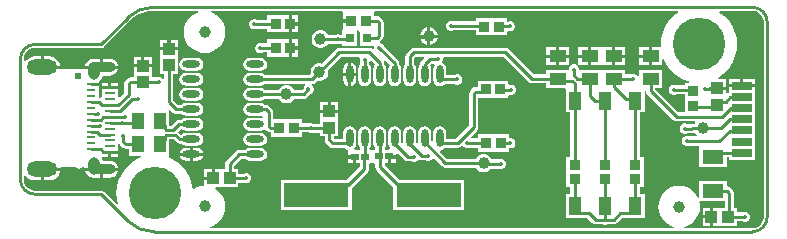
<source format=gtl>
G04*
G04 #@! TF.GenerationSoftware,Altium Limited,Altium Designer,22.6.1 (34)*
G04*
G04 Layer_Physical_Order=1*
G04 Layer_Color=255*
%FSLAX44Y44*%
%MOMM*%
G71*
G04*
G04 #@! TF.SameCoordinates,26C179CA-CC13-4C43-A1D0-6E6A4FA8EE50*
G04*
G04*
G04 #@! TF.FilePolarity,Positive*
G04*
G01*
G75*
%ADD15C,0.2540*%
%ADD16R,5.5000X2.0000*%
%ADD17R,0.8500X0.9500*%
%ADD18R,1.7400X0.6400*%
%ADD19R,0.8000X0.2700*%
%ADD20R,0.9000X0.2700*%
%ADD21O,0.6000X1.5000*%
%ADD22O,1.5000X0.6000*%
%ADD23R,0.9500X0.8500*%
%ADD24R,0.6600X0.6200*%
%ADD25R,1.8000X1.1500*%
%ADD26R,1.0000X1.4500*%
%ADD27R,0.8000X0.8000*%
%ADD28R,1.1000X1.5000*%
%ADD29R,1.0000X1.0000*%
%ADD30R,1.0000X1.0000*%
%ADD31R,1.4500X1.0000*%
%ADD57C,1.0000*%
%ADD58C,0.2366*%
%ADD59C,0.6096*%
%ADD60O,2.6000X1.3000*%
%ADD61O,2.2860X0.8890*%
%ADD62O,0.9906X1.4732*%
%ADD63C,4.4450*%
%ADD64C,0.3500*%
%ADD65C,0.3000*%
G36*
X617478Y154948D02*
X619224Y154224D01*
X620795Y153174D01*
X622131Y151839D01*
X623181Y150267D01*
X623904Y148522D01*
X624272Y146668D01*
Y145724D01*
Y-19080D01*
Y-20025D01*
X623904Y-21878D01*
X623181Y-23624D01*
X622131Y-25195D01*
X620795Y-26531D01*
X619224Y-27581D01*
X617478Y-28304D01*
X615625Y-28672D01*
X557426D01*
X557238Y-27402D01*
X559528Y-26707D01*
X562575Y-25079D01*
X565246Y-22887D01*
X567438Y-20216D01*
X569067Y-17169D01*
X570070Y-13863D01*
X570409Y-10424D01*
X570070Y-6986D01*
X570006Y-6774D01*
X570948Y-5504D01*
X591223D01*
Y-11540D01*
X581424D01*
Y-19080D01*
Y-26620D01*
X601694D01*
Y-22965D01*
X606497D01*
X607476Y-23370D01*
X609183D01*
X610760Y-22717D01*
X611966Y-21510D01*
X612619Y-19933D01*
Y-18227D01*
X611966Y-16650D01*
X610760Y-15443D01*
X609183Y-14790D01*
X607476D01*
X606497Y-15195D01*
X601694D01*
Y-11540D01*
X598993D01*
Y1298D01*
X598697Y2785D01*
X597855Y4045D01*
X596367Y5533D01*
X595107Y6375D01*
X593620Y6670D01*
X592944D01*
Y11076D01*
X569864D01*
Y-2477D01*
X568594Y-2795D01*
X567438Y-632D01*
X565246Y2038D01*
X562575Y4230D01*
X559528Y5859D01*
X556222Y6862D01*
X552784Y7201D01*
X549345Y6862D01*
X546039Y5859D01*
X542992Y4230D01*
X540321Y2038D01*
X538129Y-632D01*
X536500Y-3679D01*
X535498Y-6986D01*
X535159Y-10424D01*
X535498Y-13863D01*
X536500Y-17169D01*
X538129Y-20216D01*
X540321Y-22887D01*
X542992Y-25079D01*
X546039Y-26707D01*
X548330Y-27402D01*
X548141Y-28672D01*
X155445D01*
X155257Y-27402D01*
X157782Y-26637D01*
X160829Y-25008D01*
X163500Y-22816D01*
X165692Y-20145D01*
X167320Y-17098D01*
X168323Y-13792D01*
X168662Y-10353D01*
X168323Y-6915D01*
X167320Y-3609D01*
X165692Y-561D01*
X163500Y2109D01*
X160829Y4301D01*
X160000Y4744D01*
X160318Y6014D01*
X179668D01*
Y9670D01*
X184284D01*
X185319Y9241D01*
X187026D01*
X188603Y9894D01*
X189810Y11101D01*
X190463Y12677D01*
Y14384D01*
X189810Y15961D01*
X188603Y17168D01*
X187026Y17821D01*
X185319D01*
X184398Y17439D01*
X179668D01*
Y21094D01*
X176013D01*
Y24076D01*
X181888Y29950D01*
X185311D01*
X185384Y29841D01*
X187216Y28616D01*
X189378Y28187D01*
X198378D01*
X200540Y28616D01*
X202372Y29841D01*
X203596Y31673D01*
X204027Y33835D01*
X203596Y35997D01*
X202372Y37829D01*
X200540Y39054D01*
X198378Y39483D01*
X189378D01*
X187216Y39054D01*
X185384Y37829D01*
X185311Y37720D01*
X180279D01*
X178792Y37424D01*
X177532Y36582D01*
X169382Y28431D01*
X168539Y27171D01*
X168244Y25685D01*
Y21094D01*
X159398D01*
Y13554D01*
X158128D01*
Y12284D01*
X150588D01*
Y7227D01*
X147599Y6933D01*
X144292Y5930D01*
X142106Y4761D01*
X140774Y5490D01*
X140724Y6129D01*
X139537Y11071D01*
X137592Y15767D01*
X134937Y20100D01*
X131636Y23965D01*
X127771Y27266D01*
X123438Y29922D01*
X120331Y31208D01*
X120584Y32478D01*
X120773D01*
Y45718D01*
X120846Y46085D01*
Y46731D01*
X124401D01*
X127282Y43851D01*
X128513Y43028D01*
X129966Y42739D01*
X131252D01*
X131384Y42541D01*
X133216Y41316D01*
X135378Y40887D01*
X144378D01*
X146540Y41316D01*
X148372Y42541D01*
X149597Y44373D01*
X150027Y46535D01*
X149597Y48697D01*
X148372Y50529D01*
X146540Y51754D01*
X144378Y52183D01*
X135378D01*
X133216Y51754D01*
X131384Y50529D01*
X131344Y50525D01*
X128771Y53099D01*
X130280Y54608D01*
X131384Y55241D01*
X133216Y54016D01*
X135378Y53587D01*
X144378D01*
X146540Y54016D01*
X148372Y55241D01*
X149597Y57073D01*
X150027Y59235D01*
X149597Y61397D01*
X148372Y63229D01*
X146540Y64454D01*
X144378Y64883D01*
X135378D01*
X133216Y64454D01*
X131384Y63229D01*
X131252Y63031D01*
X129539D01*
X128086Y62742D01*
X126854Y61919D01*
X122895Y57960D01*
X120846D01*
Y58606D01*
X120773Y58973D01*
Y71010D01*
X122043Y71536D01*
X124391Y69188D01*
X125651Y68346D01*
X127138Y68050D01*
X131311D01*
X131384Y67941D01*
X133216Y66716D01*
X135378Y66287D01*
X144378D01*
X146540Y66716D01*
X148372Y67941D01*
X149597Y69773D01*
X150027Y71935D01*
X149597Y74097D01*
X148372Y75929D01*
X146540Y77154D01*
X144378Y77583D01*
X135378D01*
X133216Y77154D01*
X131384Y75929D01*
X131311Y75820D01*
X128747D01*
X124618Y79949D01*
Y101722D01*
X128273D01*
Y115722D01*
Y121992D01*
X113193D01*
Y115722D01*
Y101722D01*
X116848D01*
Y98271D01*
X115578Y97786D01*
X114715Y98649D01*
X113138Y99302D01*
X111432D01*
X110453Y98897D01*
X106273D01*
Y107742D01*
X91193D01*
Y98897D01*
X88221D01*
X86734Y98601D01*
X85474Y97759D01*
X83986Y96271D01*
X83144Y95011D01*
X82848Y93524D01*
Y85852D01*
X79192Y82196D01*
X77922Y82722D01*
Y89482D01*
X63842D01*
Y82558D01*
X63618Y82307D01*
X62611Y81701D01*
X61422Y82087D01*
Y91982D01*
X54882D01*
Y94362D01*
X61422D01*
Y95719D01*
X62749Y96737D01*
X63950Y98302D01*
X64705Y100125D01*
X64754Y100497D01*
X70867D01*
X72691Y100737D01*
X74390Y101441D01*
X75849Y102560D01*
X76968Y104019D01*
X77672Y105719D01*
X77745Y106272D01*
X63882D01*
X49444D01*
X48577Y105793D01*
X47882Y105932D01*
X29751D01*
X29453Y106272D01*
X13382D01*
Y107542D01*
X12112D01*
Y116660D01*
X6882D01*
X4522Y116349D01*
X2323Y115438D01*
X435Y113989D01*
X-702Y112507D01*
X-1972Y112938D01*
Y115245D01*
X-1604Y117098D01*
X-881Y118844D01*
X169Y120415D01*
X1505Y121751D01*
X3076Y122801D01*
X4822Y123524D01*
X6675Y123892D01*
X63500D01*
X64689Y124129D01*
X65697Y124803D01*
X88141Y147246D01*
X89098Y148203D01*
X91190Y149921D01*
X93441Y151425D01*
X95829Y152701D01*
X98330Y153737D01*
X100921Y154523D01*
X103576Y155051D01*
X106270Y155316D01*
X107624Y155316D01*
X145692D01*
X145881Y154046D01*
X144292Y153564D01*
X141245Y151936D01*
X138574Y149744D01*
X136383Y147073D01*
X134754Y144026D01*
X133751Y140719D01*
X133412Y137281D01*
X133751Y133842D01*
X134754Y130536D01*
X136383Y127489D01*
X138574Y124818D01*
X141245Y122626D01*
X144292Y120998D01*
X147599Y119995D01*
X151037Y119656D01*
X154475Y119995D01*
X157782Y120998D01*
X160829Y122626D01*
X163500Y124818D01*
X165692Y127489D01*
X167320Y130536D01*
X168323Y133842D01*
X168662Y137281D01*
X168323Y140719D01*
X167320Y144026D01*
X165692Y147073D01*
X163500Y149744D01*
X160829Y151936D01*
X157782Y153564D01*
X156193Y154046D01*
X156382Y155316D01*
X267474Y155316D01*
X268251Y154046D01*
Y148348D01*
X275041D01*
Y145808D01*
X268251D01*
Y140158D01*
X268251Y139788D01*
X267358Y138888D01*
X267251D01*
Y135252D01*
X265695D01*
X264717Y135657D01*
X263010D01*
X262031Y135252D01*
X255517D01*
X255087Y135997D01*
X253683Y137401D01*
X251964Y138393D01*
X250046Y138907D01*
X248061D01*
X246143Y138393D01*
X244424Y137401D01*
X243020Y135997D01*
X242027Y134278D01*
X241514Y132360D01*
Y130375D01*
X242027Y128457D01*
X243020Y126738D01*
X244424Y125334D01*
X246143Y124341D01*
X248061Y123827D01*
X250046D01*
X251964Y124341D01*
X253683Y125334D01*
X255087Y126738D01*
X255517Y127483D01*
X262031D01*
X263010Y127077D01*
X264717D01*
X265695Y127483D01*
X267251D01*
Y125808D01*
X280331D01*
Y138518D01*
X280331Y138888D01*
X280421Y138979D01*
X281019D01*
X282251Y137746D01*
Y125808D01*
X294129D01*
X294835Y124752D01*
X294774Y124603D01*
Y123199D01*
X293890Y122655D01*
X293600Y122576D01*
X293328Y122848D01*
X292068Y123691D01*
X290581Y123986D01*
X265095D01*
X263608Y123691D01*
X262348Y122848D01*
X250192Y110693D01*
X249209Y110956D01*
X247224D01*
X245306Y110442D01*
X243587Y109450D01*
X242183Y108046D01*
X241190Y106326D01*
X240676Y104409D01*
Y102423D01*
X239684Y101220D01*
X202445D01*
X202372Y101329D01*
X200540Y102554D01*
X198378Y102984D01*
X189378D01*
X187216Y102554D01*
X185384Y101329D01*
X184159Y99497D01*
X183729Y97335D01*
X184159Y95173D01*
X185384Y93341D01*
X187216Y92116D01*
X189378Y91686D01*
X198378D01*
X200540Y92116D01*
X202372Y93341D01*
X202445Y93450D01*
X235904D01*
X236106Y93073D01*
X236293Y92180D01*
X235275Y91162D01*
X234870Y90184D01*
X233206Y88520D01*
X226794D01*
X226364Y89265D01*
X224960Y90668D01*
X223241Y91661D01*
X221323Y92175D01*
X219338D01*
X217420Y91661D01*
X215701Y90668D01*
X214297Y89265D01*
X213867Y88520D01*
X202445D01*
X202372Y88629D01*
X200540Y89854D01*
X198378Y90283D01*
X189378D01*
X187216Y89854D01*
X185384Y88629D01*
X184159Y86797D01*
X183729Y84635D01*
X184159Y82473D01*
X185384Y80641D01*
X187216Y79416D01*
X189378Y78987D01*
X198378D01*
X200540Y79416D01*
X202372Y80641D01*
X202445Y80750D01*
X213867D01*
X214297Y80005D01*
X215701Y78601D01*
X217420Y77609D01*
X219338Y77095D01*
X221323D01*
X223241Y77609D01*
X224960Y78601D01*
X226364Y80005D01*
X226794Y80750D01*
X234815D01*
X236301Y81046D01*
X237562Y81888D01*
X240364Y84690D01*
X241342Y85095D01*
X242549Y86302D01*
X243202Y87879D01*
Y89586D01*
X242549Y91162D01*
X241531Y92180D01*
X241718Y93073D01*
X241920Y93450D01*
X242328D01*
X243815Y93746D01*
X245075Y94588D01*
X246545Y96058D01*
X247224Y95876D01*
X249209D01*
X251127Y96390D01*
X252846Y97383D01*
X254250Y98786D01*
X255243Y100506D01*
X255756Y102423D01*
Y104409D01*
X255574Y105087D01*
X266704Y116217D01*
X281631D01*
X282336Y115161D01*
X282222Y114885D01*
Y113179D01*
X282651Y112143D01*
Y109968D01*
X282565Y109910D01*
X281341Y108078D01*
X280910Y105916D01*
Y96916D01*
X281341Y94754D01*
X282565Y92922D01*
X284398Y91698D01*
X286559Y91267D01*
X288721Y91698D01*
X290553Y92922D01*
X291778Y94754D01*
X292208Y96916D01*
Y105916D01*
X291778Y108078D01*
X290553Y109910D01*
X290420Y109999D01*
Y112257D01*
X290630Y112763D01*
X291975Y113214D01*
X295266Y109923D01*
X295265Y109910D01*
X294041Y108078D01*
X293610Y105916D01*
Y96916D01*
X294041Y94754D01*
X295265Y92922D01*
X297097Y91698D01*
X299259Y91267D01*
X301421Y91698D01*
X303253Y92922D01*
X304478Y94754D01*
X304908Y96916D01*
Y105916D01*
X304478Y108078D01*
X303253Y109910D01*
X303097Y110015D01*
Y111471D01*
X302859Y112664D01*
X302917Y112755D01*
X303910Y113410D01*
X307743Y109577D01*
X306740Y108078D01*
X306311Y105916D01*
Y96916D01*
X306740Y94754D01*
X307965Y92922D01*
X309797Y91698D01*
X311959Y91267D01*
X314121Y91698D01*
X315953Y92922D01*
X317178Y94754D01*
X317608Y96916D01*
Y105916D01*
X317178Y108078D01*
X315953Y109910D01*
X315797Y110015D01*
Y110901D01*
X315501Y112388D01*
X314659Y113648D01*
X303106Y125202D01*
X302700Y126180D01*
X301494Y127387D01*
X299917Y128040D01*
X299795D01*
X299410Y129310D01*
X299845Y129601D01*
X301333Y131089D01*
X302175Y132349D01*
X302471Y133836D01*
Y145590D01*
X302175Y147077D01*
X301333Y148337D01*
X299845Y149825D01*
X298585Y150667D01*
X297098Y150962D01*
X294331D01*
Y154046D01*
X294331Y154368D01*
X295108Y155316D01*
X551858Y155316D01*
X552203Y154094D01*
X550468Y153031D01*
X546603Y149730D01*
X543302Y145865D01*
X540647Y141531D01*
X538702Y136836D01*
X537515Y131894D01*
X537117Y126827D01*
X537228Y125406D01*
X536366Y124473D01*
X530020D01*
Y116933D01*
Y109393D01*
X538540D01*
Y113890D01*
X539810Y114143D01*
X540647Y112122D01*
X543302Y107788D01*
X546603Y103924D01*
X550468Y100623D01*
X554802Y97967D01*
X559497Y96022D01*
X561496Y95542D01*
X561346Y94272D01*
X557540D01*
Y92430D01*
X550178D01*
X549046Y92899D01*
X547340D01*
X545763Y92246D01*
X544556Y91039D01*
X543903Y89462D01*
Y87756D01*
X544556Y86179D01*
X545763Y84972D01*
X547340Y84319D01*
X549046D01*
X549872Y84661D01*
X557540D01*
Y80692D01*
Y69405D01*
X552180D01*
X532464Y89121D01*
Y90393D01*
X538540D01*
Y105473D01*
X518960D01*
Y100219D01*
X517690Y99966D01*
X517642Y100083D01*
X516435Y101289D01*
X514858Y101943D01*
X513152D01*
X512737Y101771D01*
X507342D01*
Y105426D01*
X488299D01*
X487762Y105426D01*
Y105426D01*
X487055Y105364D01*
Y105364D01*
X467871D01*
Y106487D01*
X467250Y107986D01*
X467217Y108064D01*
X467166Y108237D01*
X467793Y109284D01*
X468614Y109284D01*
X475995D01*
Y115554D01*
X467475D01*
Y110509D01*
X467475Y109602D01*
X466352Y108929D01*
X466011Y109271D01*
X464434Y109924D01*
X462727D01*
X461151Y109271D01*
X460692Y108812D01*
X459608Y109524D01*
X459608Y110422D01*
Y115531D01*
X451088D01*
Y109262D01*
X458368D01*
X459134Y109261D01*
X459959Y108246D01*
X459944Y108064D01*
X459853Y107844D01*
X459291Y106487D01*
Y105341D01*
X440028D01*
Y101686D01*
X429653D01*
X408444Y122895D01*
X407184Y123737D01*
X405697Y124032D01*
X328098D01*
X326612Y123737D01*
X325351Y122895D01*
X321996Y119539D01*
X321154Y118279D01*
X320858Y116793D01*
Y110040D01*
X320665Y109910D01*
X319440Y108078D01*
X319011Y105916D01*
Y96916D01*
X319440Y94754D01*
X320665Y92922D01*
X322497Y91698D01*
X324659Y91267D01*
X326821Y91698D01*
X328653Y92922D01*
X329878Y94754D01*
X330308Y96916D01*
Y105916D01*
X329878Y108078D01*
X328653Y109910D01*
X328628Y109927D01*
Y115183D01*
X329707Y116263D01*
X336478D01*
X336964Y115090D01*
X334612Y112738D01*
X333770Y111477D01*
X333474Y109991D01*
Y109983D01*
X333365Y109910D01*
X332141Y108078D01*
X331711Y105916D01*
Y96916D01*
X332141Y94754D01*
X333365Y92922D01*
X335197Y91698D01*
X337359Y91267D01*
X339521Y91698D01*
X341353Y92922D01*
X342578Y94754D01*
X343008Y96916D01*
Y105916D01*
X342578Y108078D01*
X341922Y109059D01*
X343470Y110608D01*
X345004D01*
X345683Y109338D01*
X344841Y108078D01*
X344411Y105916D01*
Y96916D01*
X344841Y94754D01*
X346065Y92922D01*
X347897Y91698D01*
X350059Y91267D01*
X352221Y91698D01*
X354053Y92922D01*
X354318Y93318D01*
X363106D01*
X364085Y92913D01*
X365791D01*
X367368Y93566D01*
X368575Y94773D01*
X369228Y96349D01*
Y98056D01*
X368575Y99633D01*
X367368Y100840D01*
X365791Y101493D01*
X364085D01*
X363106Y101087D01*
X355708D01*
Y105916D01*
X355278Y108078D01*
X354053Y109910D01*
X352612Y110873D01*
X352196Y111689D01*
X352162Y112441D01*
X352658Y113639D01*
Y115346D01*
X353271Y116263D01*
X404088D01*
X425297Y95055D01*
X426557Y94213D01*
X428044Y93917D01*
X440028D01*
Y90261D01*
X455712D01*
X456612Y89370D01*
Y69290D01*
X460768D01*
Y31914D01*
X457362D01*
Y18334D01*
Y5834D01*
X460768D01*
Y370D01*
X456612D01*
Y-19710D01*
X468507D01*
X468882Y-19785D01*
X474742D01*
X479257Y-24300D01*
X480517Y-25142D01*
X482004Y-25438D01*
X488253D01*
X489232Y-25843D01*
X490938D01*
X491917Y-25438D01*
X497257D01*
X498744Y-25142D01*
X500004Y-24300D01*
X504519Y-19785D01*
X511222D01*
X511598Y-19710D01*
X523492D01*
Y370D01*
X519337D01*
Y5834D01*
X522742D01*
Y18334D01*
Y31914D01*
X519337D01*
Y69290D01*
X523492D01*
Y87050D01*
X524762Y87175D01*
X524991Y86025D01*
X525833Y84765D01*
X547824Y62774D01*
X549085Y61932D01*
X550571Y61636D01*
X565973D01*
X566551Y60366D01*
X566042Y59667D01*
X563800D01*
X563052Y59518D01*
X559242D01*
X558263Y59923D01*
X556557D01*
X554980Y59270D01*
X553773Y58063D01*
X553120Y56486D01*
Y54780D01*
X553773Y53203D01*
X554980Y51996D01*
X556557Y51343D01*
X558263D01*
X559242Y51748D01*
X563651D01*
X564399Y51897D01*
X566581D01*
X567011Y51152D01*
X567926Y50237D01*
X567400Y48967D01*
X561039D01*
X560061Y49372D01*
X558354D01*
X556777Y48719D01*
X555570Y47512D01*
X554917Y45936D01*
Y44229D01*
X555570Y42652D01*
X556777Y41445D01*
X558354Y40792D01*
X560061D01*
X561039Y41198D01*
X569506D01*
X569864Y40076D01*
X569864D01*
Y23496D01*
X592944D01*
Y31191D01*
X594686D01*
Y29336D01*
X617166D01*
Y38836D01*
Y48336D01*
Y57836D01*
Y67336D01*
Y76836D01*
Y86336D01*
Y90806D01*
X605926D01*
X594686D01*
Y86092D01*
X594474Y86049D01*
X593518Y85411D01*
X592248Y85874D01*
Y88616D01*
X584708D01*
Y91156D01*
X592248D01*
Y97426D01*
X585758D01*
X585400Y98696D01*
X588545Y100623D01*
X592409Y103924D01*
X595710Y107788D01*
X598366Y112122D01*
X600311Y116818D01*
X601497Y121760D01*
X601896Y126827D01*
X601497Y131894D01*
X600311Y136836D01*
X598366Y141531D01*
X595710Y145865D01*
X592409Y149730D01*
X588545Y153031D01*
X586810Y154094D01*
X587154Y155316D01*
X615625D01*
X617478Y154948D01*
D02*
G37*
G36*
X79612Y41904D02*
X81931Y39584D01*
X83163Y38761D01*
X84616Y38472D01*
X86693D01*
Y32478D01*
X96882D01*
X97135Y31208D01*
X94028Y29922D01*
X89695Y27266D01*
X85830Y23965D01*
X82529Y20100D01*
X79873Y15767D01*
X77928Y11071D01*
X76742Y6129D01*
X76343Y1062D01*
X76742Y-4005D01*
X77704Y-8014D01*
X76553Y-8658D01*
X65697Y2197D01*
X64689Y2871D01*
X63500Y3108D01*
X6675D01*
X4822Y3476D01*
X3076Y4199D01*
X1505Y5249D01*
X169Y6585D01*
X-881Y8156D01*
X-1604Y9902D01*
X-1972Y11755D01*
Y15745D01*
X-702Y16177D01*
X435Y14695D01*
X2323Y13246D01*
X4522Y12335D01*
X6882Y12024D01*
X12112D01*
Y21142D01*
X13382D01*
Y22412D01*
X29453D01*
X29751Y22752D01*
X41283D01*
X42550Y21906D01*
X44532Y21511D01*
X46514Y21906D01*
X47781Y22752D01*
X47882D01*
X48577Y22891D01*
X49444Y22412D01*
X63882D01*
X77745D01*
X77672Y22965D01*
X76968Y24665D01*
X75849Y26124D01*
X74390Y27243D01*
X72691Y27947D01*
X70867Y28187D01*
X64754D01*
X64705Y28559D01*
X63950Y30382D01*
X63912Y30432D01*
X64538Y31702D01*
X69612D01*
Y35592D01*
X70882D01*
Y36702D01*
X77922D01*
Y42146D01*
X79192Y42532D01*
X79612Y41904D01*
D02*
G37*
%LPC*%
G36*
X222271Y151816D02*
X204251D01*
Y147765D01*
X195022D01*
X194044Y148171D01*
X192337D01*
X190760Y147517D01*
X189553Y146311D01*
X188900Y144734D01*
Y143027D01*
X189553Y141451D01*
X190760Y140244D01*
X192337Y139591D01*
X194044D01*
X195022Y139996D01*
X204251D01*
Y137236D01*
X222271D01*
Y144526D01*
Y151816D01*
D02*
G37*
G36*
X406738Y149140D02*
X380658D01*
Y146489D01*
X361750D01*
X360771Y146894D01*
X359065D01*
X357488Y146241D01*
X356281Y145034D01*
X355628Y143457D01*
Y141751D01*
X356281Y140174D01*
X357488Y138967D01*
X359065Y138314D01*
X360771D01*
X361750Y138719D01*
X380658D01*
Y134560D01*
X406738D01*
Y137479D01*
X408008Y138084D01*
X408618Y137832D01*
X410324D01*
X411901Y138485D01*
X413108Y139692D01*
X413761Y141269D01*
Y142975D01*
X413108Y144552D01*
X411901Y145759D01*
X410324Y146412D01*
X408618D01*
X408008Y146159D01*
X406738Y146764D01*
Y149140D01*
D02*
G37*
G36*
X230331Y151816D02*
X224811D01*
Y145796D01*
X230331D01*
Y151816D01*
D02*
G37*
G36*
Y143256D02*
X224811D01*
Y137236D01*
X230331D01*
Y143256D01*
D02*
G37*
G36*
X342138Y141359D02*
Y135164D01*
X348334D01*
X347894Y136804D01*
X346902Y138523D01*
X345498Y139927D01*
X343778Y140920D01*
X342138Y141359D01*
D02*
G37*
G36*
X339598Y141360D02*
X337958Y140920D01*
X336238Y139927D01*
X334835Y138523D01*
X333842Y136804D01*
X333402Y135164D01*
X339598D01*
Y141360D01*
D02*
G37*
G36*
X348334Y132624D02*
X342138D01*
Y126428D01*
X343778Y126868D01*
X345498Y127860D01*
X346902Y129264D01*
X347894Y130983D01*
X348334Y132624D01*
D02*
G37*
G36*
X339598D02*
X333402D01*
X333842Y130983D01*
X334835Y129264D01*
X336238Y127860D01*
X337958Y126868D01*
X339598Y126428D01*
Y132624D01*
D02*
G37*
G36*
X230331Y131204D02*
X224811D01*
Y125183D01*
X230331D01*
Y131204D01*
D02*
G37*
G36*
X128273Y130802D02*
X122003D01*
Y124532D01*
X128273D01*
Y130802D01*
D02*
G37*
G36*
X119463D02*
X113193D01*
Y124532D01*
X119463D01*
Y130802D01*
D02*
G37*
G36*
X527480Y124473D02*
X518960D01*
Y118203D01*
X527480D01*
Y124473D01*
D02*
G37*
G36*
X498822Y124426D02*
Y118156D01*
X507342D01*
Y124426D01*
X498822D01*
D02*
G37*
G36*
X475995Y124364D02*
X467475D01*
Y118094D01*
X475995D01*
Y124364D01*
D02*
G37*
G36*
X459608Y124341D02*
X451088D01*
Y118071D01*
X459608D01*
Y124341D01*
D02*
G37*
G36*
X448548D02*
X440028D01*
Y118071D01*
X448548D01*
Y124341D01*
D02*
G37*
G36*
X230331Y122643D02*
X224811D01*
Y116624D01*
X230331D01*
Y122643D01*
D02*
G37*
G36*
X222271Y131204D02*
X204251D01*
Y127798D01*
X198405D01*
X198358Y127789D01*
X197013D01*
X195436Y127136D01*
X194229Y125929D01*
X193576Y124352D01*
Y122645D01*
X194229Y121069D01*
X195436Y119862D01*
X197013Y119209D01*
X198719D01*
X200296Y119862D01*
X200463Y120029D01*
X204251D01*
Y116624D01*
X222271D01*
Y123913D01*
Y131204D01*
D02*
G37*
G36*
X106273Y116552D02*
X100003D01*
Y110282D01*
X106273D01*
Y116552D01*
D02*
G37*
G36*
X97463D02*
X91193D01*
Y110282D01*
X97463D01*
Y116552D01*
D02*
G37*
G36*
X527480Y115663D02*
X518960D01*
Y109393D01*
X527480D01*
Y115663D01*
D02*
G37*
G36*
X507342Y115616D02*
X498822D01*
Y109346D01*
X507342D01*
Y115616D01*
D02*
G37*
G36*
X487762Y124426D02*
X486518Y124364D01*
X478535D01*
Y116824D01*
Y109284D01*
X486518D01*
X487055Y109284D01*
X488299Y109346D01*
X496282D01*
Y116886D01*
Y124426D01*
X488300D01*
X487762Y124426D01*
D02*
G37*
G36*
X448548Y115531D02*
X440028D01*
Y109262D01*
X448548D01*
Y115531D01*
D02*
G37*
G36*
X70867Y114587D02*
X65152D01*
Y108812D01*
X77745D01*
X77672Y109365D01*
X76968Y111065D01*
X75849Y112524D01*
X74390Y113643D01*
X72691Y114347D01*
X70867Y114587D01*
D02*
G37*
G36*
X62612D02*
X56897D01*
X55074Y114347D01*
X53374Y113643D01*
X51915Y112524D01*
X50796Y111065D01*
X50092Y109365D01*
X50019Y108812D01*
X62612D01*
Y114587D01*
D02*
G37*
G36*
X19882Y116660D02*
X14652D01*
Y108812D01*
X28833D01*
X28689Y109902D01*
X27778Y112101D01*
X26329Y113989D01*
X24441Y115438D01*
X22242Y116349D01*
X19882Y116660D01*
D02*
G37*
G36*
X198378Y115683D02*
X189378D01*
X187216Y115254D01*
X185384Y114029D01*
X184159Y112197D01*
X183729Y110035D01*
X184159Y107873D01*
X185384Y106041D01*
X187216Y104817D01*
X189378Y104387D01*
X198378D01*
X200540Y104817D01*
X202372Y106041D01*
X203596Y107873D01*
X204027Y110035D01*
X203596Y112197D01*
X202372Y114029D01*
X200540Y115254D01*
X198378Y115683D01*
D02*
G37*
G36*
X144378D02*
X135378D01*
X133216Y115254D01*
X131384Y114029D01*
X130160Y112197D01*
X129729Y110035D01*
X130160Y107873D01*
X131384Y106041D01*
X133216Y104817D01*
X135378Y104387D01*
X144378D01*
X146540Y104817D01*
X148372Y106041D01*
X149597Y107873D01*
X150027Y110035D01*
X149597Y112197D01*
X148372Y114029D01*
X146540Y115254D01*
X144378Y115683D01*
D02*
G37*
G36*
X275129Y111312D02*
Y102686D01*
X279508D01*
Y105916D01*
X279078Y108078D01*
X277853Y109910D01*
X276021Y111135D01*
X275129Y111312D01*
D02*
G37*
G36*
X272589Y111312D02*
X271698Y111135D01*
X269865Y109910D01*
X268640Y108078D01*
X268211Y105916D01*
Y102686D01*
X272589D01*
Y111312D01*
D02*
G37*
G36*
X617166Y97816D02*
X607196D01*
Y93346D01*
X617166D01*
Y97816D01*
D02*
G37*
G36*
X604656D02*
X594686D01*
Y93346D01*
X604656D01*
Y97816D01*
D02*
G37*
G36*
X77922Y94482D02*
X72152D01*
Y91862D01*
X77922D01*
Y94482D01*
D02*
G37*
G36*
X69612D02*
X63842D01*
Y91862D01*
X69612D01*
Y94482D01*
D02*
G37*
G36*
X144378Y102984D02*
X135378D01*
X133216Y102554D01*
X131384Y101329D01*
X130160Y99497D01*
X129729Y97335D01*
X130160Y95173D01*
X131384Y93341D01*
X133216Y92116D01*
X135378Y91686D01*
X144378D01*
X146540Y92116D01*
X148372Y93341D01*
X149597Y95173D01*
X150027Y97335D01*
X149597Y99497D01*
X148372Y101329D01*
X146540Y102554D01*
X144378Y102984D01*
D02*
G37*
G36*
X272589Y100146D02*
X268211D01*
Y96916D01*
X268640Y94754D01*
X269865Y92922D01*
X271698Y91698D01*
X272589Y91520D01*
Y100146D01*
D02*
G37*
G36*
X279508D02*
X275129D01*
Y91520D01*
X276021Y91698D01*
X277853Y92922D01*
X279078Y94754D01*
X279508Y96916D01*
Y100146D01*
D02*
G37*
G36*
X408260Y96022D02*
X382180D01*
Y90883D01*
X380412D01*
X378925Y90587D01*
X377665Y89745D01*
X376177Y88257D01*
X375335Y86997D01*
X375039Y85510D01*
Y58313D01*
X363814Y47087D01*
X355708D01*
Y51916D01*
X355278Y54078D01*
X354053Y55910D01*
X352221Y57135D01*
X350059Y57565D01*
X347897Y57135D01*
X346065Y55910D01*
X344841Y54078D01*
X344411Y51916D01*
Y45474D01*
X343140Y44795D01*
X343008Y44884D01*
Y51916D01*
X342578Y54078D01*
X341353Y55910D01*
X339521Y57135D01*
X337359Y57565D01*
X335197Y57135D01*
X333365Y55910D01*
X332141Y54078D01*
X331711Y51916D01*
Y44429D01*
X330440Y43663D01*
X330308Y43733D01*
Y51916D01*
X329878Y54078D01*
X328653Y55910D01*
X326821Y57135D01*
X324659Y57565D01*
X322497Y57135D01*
X320665Y55910D01*
X319440Y54078D01*
X319011Y51916D01*
Y44429D01*
X317740Y43663D01*
X317608Y43733D01*
Y51916D01*
X317178Y54078D01*
X315953Y55910D01*
X314121Y57135D01*
X311959Y57565D01*
X309797Y57135D01*
X307965Y55910D01*
X306740Y54078D01*
X306311Y51916D01*
Y42916D01*
X306740Y40754D01*
X307866Y39071D01*
X307531Y37801D01*
X303861D01*
X303523Y38425D01*
X303353Y39071D01*
X304478Y40754D01*
X304908Y42916D01*
Y51916D01*
X304478Y54078D01*
X303253Y55910D01*
X301421Y57135D01*
X299259Y57565D01*
X297097Y57135D01*
X295265Y55910D01*
X294041Y54078D01*
X293610Y51916D01*
Y42916D01*
X294041Y40754D01*
X295166Y39071D01*
X294948Y38244D01*
X294741Y37801D01*
X292782Y37801D01*
X291640Y37491D01*
X291295D01*
X291037Y37748D01*
X290553Y38922D01*
X291778Y40754D01*
X292208Y42916D01*
Y51916D01*
X291778Y54078D01*
X290553Y55910D01*
X288721Y57135D01*
X286559Y57565D01*
X284398Y57135D01*
X282565Y55910D01*
X281341Y54078D01*
X280910Y51916D01*
Y42916D01*
X281341Y40754D01*
X282565Y38922D01*
X282627Y38880D01*
Y37491D01*
X277997D01*
X277612Y38761D01*
X277853Y38922D01*
X279078Y40754D01*
X279508Y42916D01*
Y51916D01*
X279078Y54078D01*
X277853Y55910D01*
X276021Y57135D01*
X273859Y57565D01*
X271698Y57135D01*
X269865Y55910D01*
X268640Y54078D01*
X268211Y51916D01*
Y47087D01*
X260940D01*
X260438Y47590D01*
Y48914D01*
X264093D01*
Y62914D01*
Y69184D01*
X256553D01*
X249014D01*
Y62914D01*
Y59744D01*
X243232D01*
X243143Y59834D01*
X241566Y60487D01*
X239859D01*
X238881Y60082D01*
X233371D01*
Y63487D01*
X209098D01*
Y69594D01*
X208802Y71081D01*
X207960Y72341D01*
X205544Y74757D01*
X204284Y75599D01*
X202798Y75895D01*
X202395D01*
X202372Y75929D01*
X200540Y77154D01*
X198378Y77583D01*
X189378D01*
X187216Y77154D01*
X185384Y75929D01*
X184159Y74097D01*
X183729Y71935D01*
X184159Y69773D01*
X185384Y67941D01*
X187216Y66716D01*
X189378Y66287D01*
X198378D01*
X199311Y66472D01*
X200440Y65585D01*
X199311Y64698D01*
X198378Y64883D01*
X189378D01*
X187216Y64454D01*
X185384Y63229D01*
X184159Y61397D01*
X183729Y59235D01*
X184159Y57073D01*
X185384Y55241D01*
X187216Y54016D01*
X189378Y53587D01*
X198378D01*
X200540Y54016D01*
X202297Y55191D01*
X202466Y54938D01*
X203954Y53450D01*
X205215Y52608D01*
X206701Y52312D01*
X207291D01*
Y48907D01*
X233371D01*
Y52312D01*
X238881D01*
X239859Y51907D01*
X241566D01*
X241730Y51975D01*
X249014D01*
Y48914D01*
X252669D01*
Y45981D01*
X252964Y44494D01*
X253807Y43234D01*
X256665Y40375D01*
X257925Y39533D01*
X259412Y39237D01*
X259818Y39318D01*
X269600D01*
X269865Y38922D01*
X271698Y37698D01*
X271910Y37655D01*
X272219Y37491D01*
Y33121D01*
X278059D01*
Y31851D01*
X279329D01*
Y26211D01*
X282474D01*
Y23357D01*
X270935Y11817D01*
X254431D01*
X254056Y11743D01*
X215661D01*
Y-13337D01*
X275741D01*
Y5636D01*
X289106Y19001D01*
X289948Y20261D01*
X290244Y21748D01*
Y25313D01*
X291142Y26211D01*
X292699Y26211D01*
X293841Y26521D01*
X294739D01*
X295637Y25623D01*
Y22816D01*
X295933Y21330D01*
X296775Y20069D01*
X310661Y6184D01*
Y-13337D01*
X370741D01*
Y11743D01*
X332346D01*
X331971Y11817D01*
X316014D01*
X303406Y24425D01*
Y26521D01*
X306152D01*
Y32161D01*
X307422D01*
Y33431D01*
X313262D01*
Y34460D01*
X314435Y34946D01*
X320277Y29104D01*
X321538Y28262D01*
X323024Y27966D01*
X326267D01*
X327245Y27561D01*
X328952D01*
X330528Y28214D01*
X331300Y28985D01*
X331866Y29406D01*
X333048Y29272D01*
X333590Y28909D01*
X335077Y28614D01*
X338668D01*
X339647Y28208D01*
X341353D01*
X342930Y28861D01*
X344137Y30068D01*
X344142Y30082D01*
X345388Y30330D01*
X352186Y23531D01*
X353447Y22689D01*
X354933Y22394D01*
X380772D01*
X381202Y21648D01*
X382606Y20245D01*
X384325Y19252D01*
X386243Y18738D01*
X388228D01*
X390146Y19252D01*
X391866Y20245D01*
X393269Y21648D01*
X393338Y21767D01*
X399646D01*
X400837Y21274D01*
X402543D01*
X404120Y21927D01*
X405327Y23134D01*
X405980Y24710D01*
Y26417D01*
X405327Y27994D01*
X404120Y29200D01*
X402543Y29854D01*
X400837D01*
X400071Y29536D01*
X394061D01*
X393269Y30908D01*
X391866Y32312D01*
X390146Y33304D01*
X388228Y33818D01*
X386243D01*
X384325Y33304D01*
X382606Y32312D01*
X381202Y30908D01*
X380772Y30163D01*
X356542D01*
X350621Y36084D01*
X351039Y37462D01*
X352221Y37698D01*
X354053Y38922D01*
X354318Y39318D01*
X365423D01*
X366909Y39614D01*
X368170Y40456D01*
X368746Y41032D01*
X369654Y40851D01*
X370861Y39645D01*
X372438Y38992D01*
X374144D01*
X375523Y39563D01*
X382636D01*
Y36157D01*
X408716D01*
Y38723D01*
X408983Y38902D01*
X410689D01*
X412266Y39555D01*
X413473Y40761D01*
X414126Y42338D01*
Y44045D01*
X413473Y45622D01*
X412266Y46828D01*
X410689Y47481D01*
X408983D01*
X408716Y47660D01*
Y50737D01*
X382636D01*
Y47332D01*
X376705D01*
X376219Y48505D01*
X381671Y53957D01*
X382513Y55217D01*
X382808Y56704D01*
Y81442D01*
X408260D01*
Y83320D01*
X409530Y84169D01*
X409530Y84169D01*
X411237D01*
X412814Y84822D01*
X414021Y86028D01*
X414674Y87605D01*
Y89312D01*
X414021Y90889D01*
X412814Y92095D01*
X411237Y92748D01*
X409530D01*
X409530Y92748D01*
X408260Y93597D01*
Y96022D01*
D02*
G37*
G36*
X144378Y90283D02*
X135378D01*
X133216Y89854D01*
X131384Y88629D01*
X130160Y86797D01*
X129729Y84635D01*
X130160Y82473D01*
X131384Y80641D01*
X133216Y79416D01*
X135378Y78987D01*
X144378D01*
X146540Y79416D01*
X148372Y80641D01*
X149597Y82473D01*
X150027Y84635D01*
X149597Y86797D01*
X148372Y88629D01*
X146540Y89854D01*
X144378Y90283D01*
D02*
G37*
G36*
X264093Y77994D02*
X257824D01*
Y71724D01*
X264093D01*
Y77994D01*
D02*
G37*
G36*
X255284D02*
X249014D01*
Y71724D01*
X255284D01*
Y77994D01*
D02*
G37*
G36*
X198378Y52183D02*
X189378D01*
X187216Y51754D01*
X185384Y50529D01*
X184159Y48697D01*
X183729Y46535D01*
X184159Y44373D01*
X185384Y42541D01*
X187216Y41316D01*
X189378Y40887D01*
X198378D01*
X200540Y41316D01*
X202372Y42541D01*
X203596Y44373D01*
X204027Y46535D01*
X203596Y48697D01*
X202372Y50529D01*
X200540Y51754D01*
X198378Y52183D01*
D02*
G37*
G36*
X144378Y39483D02*
X141148D01*
Y35105D01*
X149774D01*
X149597Y35997D01*
X148372Y37829D01*
X146540Y39054D01*
X144378Y39483D01*
D02*
G37*
G36*
X138608D02*
X135378D01*
X133216Y39054D01*
X131384Y37829D01*
X130160Y35997D01*
X129982Y35105D01*
X138608D01*
Y39483D01*
D02*
G37*
G36*
X149774Y32565D02*
X141148D01*
Y28187D01*
X144378D01*
X146540Y28616D01*
X148372Y29841D01*
X149597Y31673D01*
X149774Y32565D01*
D02*
G37*
G36*
X138608D02*
X129982D01*
X130160Y31673D01*
X131384Y29841D01*
X133216Y28616D01*
X135378Y28187D01*
X138608D01*
Y32565D01*
D02*
G37*
G36*
X313262Y30891D02*
X308692D01*
Y26521D01*
X313262D01*
Y30891D01*
D02*
G37*
G36*
X276789Y30581D02*
X272219D01*
Y26211D01*
X276789D01*
Y30581D01*
D02*
G37*
G36*
X156858Y21094D02*
X150588D01*
Y14824D01*
X156858D01*
Y21094D01*
D02*
G37*
G36*
X578884Y-11540D02*
X572614D01*
Y-17810D01*
X578884D01*
Y-11540D01*
D02*
G37*
G36*
Y-20350D02*
X572614D01*
Y-26620D01*
X578884D01*
Y-20350D01*
D02*
G37*
G36*
X77922Y34322D02*
X72152D01*
Y31702D01*
X77922D01*
Y34322D01*
D02*
G37*
G36*
X77745Y19872D02*
X65152D01*
Y14097D01*
X70867D01*
X72691Y14337D01*
X74390Y15041D01*
X75849Y16160D01*
X76968Y17619D01*
X77672Y19318D01*
X77745Y19872D01*
D02*
G37*
G36*
X62612D02*
X50019D01*
X50092Y19318D01*
X50796Y17619D01*
X51915Y16160D01*
X53374Y15041D01*
X55074Y14337D01*
X56897Y14097D01*
X62612D01*
Y19872D01*
D02*
G37*
G36*
X28833Y19872D02*
X14652D01*
Y12024D01*
X19882D01*
X22242Y12335D01*
X24441Y13246D01*
X26329Y14695D01*
X27778Y16583D01*
X28689Y18782D01*
X28833Y19872D01*
D02*
G37*
%LPD*%
D15*
X337359Y43852D02*
X354933Y26278D01*
X387236D01*
X584694Y35076D02*
X605926D01*
X581404Y31786D02*
X584694Y35076D01*
X328098Y120148D02*
X405697D01*
X428044Y97801D02*
X449818D01*
X405697Y120148D02*
X428044Y97801D01*
X595108Y-19080D02*
X608329D01*
X593620Y2786D02*
X595108Y1298D01*
X581404Y2786D02*
X593620D01*
X594154Y-19080D02*
X595108Y-18126D01*
Y1298D01*
X578060Y89254D02*
X578692Y89886D01*
X574555Y89254D02*
X578060D01*
X578692Y89886D02*
X584708D01*
X314405Y7933D02*
X331971D01*
X299522Y22816D02*
X314405Y7933D01*
X245701Y-797D02*
X254431Y7933D01*
X331971D02*
X340701Y-797D01*
X286359Y21748D02*
Y31851D01*
X272544Y7933D02*
X286359Y21748D01*
X254431Y7933D02*
X272544D01*
X299522Y22816D02*
Y31905D01*
X299212Y32215D02*
X299522Y31905D01*
X401926Y43447D02*
X402182Y43192D01*
X409836D01*
X401470Y88732D02*
X401743Y88458D01*
X410384D01*
X399948Y141850D02*
X400220Y142122D01*
X409471D01*
X244391Y70454D02*
X256553D01*
X226581Y56197D02*
X240972D01*
X241310Y55860D02*
X255959D01*
X256553Y56454D01*
X240972Y56197D02*
X241310Y55860D01*
X256553Y45981D02*
Y56454D01*
X297098Y132348D02*
X298586Y133836D01*
Y145590D01*
X288791Y132348D02*
X297098D01*
X287541Y147078D02*
X297098D01*
X298586Y145590D01*
X223541Y123914D02*
X234457D01*
X223541Y144526D02*
X234570D01*
X206701Y56197D02*
X214081D01*
X202798Y72010D02*
X205213Y69594D01*
Y57685D02*
X206701Y56197D01*
X205213Y57685D02*
Y69594D01*
X195629Y72010D02*
X202798D01*
X194791Y72848D02*
X195629Y72010D01*
X193878Y71935D02*
X194791Y72848D01*
X172128Y13554D02*
X186149D01*
X186173Y13531D01*
X172128Y25685D02*
X180279Y33835D01*
X193878D01*
X172128Y13554D02*
Y25685D01*
X154030Y33835D02*
X158128Y29736D01*
Y13554D02*
Y29736D01*
X139878Y33835D02*
X154030D01*
X337359Y109991D02*
X341861Y114493D01*
X348368D01*
X337359Y101416D02*
Y109991D01*
X248409Y103416D02*
X265095Y120102D01*
X248216Y103416D02*
X248409D01*
X299212Y101463D02*
X299259Y101416D01*
X299212Y101463D02*
Y111471D01*
X290581Y120102D02*
X299212Y111471D01*
X265095Y120102D02*
X290581D01*
X242328Y97335D02*
X248216Y103223D01*
Y103416D01*
X193878Y97335D02*
X242328D01*
X54998Y58012D02*
X62454D01*
X62577Y57889D01*
X54900Y58110D02*
X54998Y58012D01*
X557410Y55633D02*
X563651D01*
X563800Y55782D02*
X588124D01*
X563651Y55633D02*
X563800Y55782D01*
X264396Y147078D02*
X275041D01*
X62567Y50346D02*
X62733Y50512D01*
X70802D01*
X59898Y53092D02*
X62567Y50423D01*
X54882Y53092D02*
X59898D01*
X62567Y50346D02*
Y50423D01*
X70802Y50512D02*
X70882Y50592D01*
X63922Y75512D02*
X78002D01*
X70882Y35592D02*
X81708D01*
X54882Y38092D02*
X62866D01*
X65366Y35592D01*
X70882D01*
X54962Y78012D02*
X61502D01*
X63922Y75592D01*
Y75512D02*
Y75592D01*
X89696Y80592D02*
X94233D01*
X79696Y70592D02*
X89696Y80592D01*
X70882Y70592D02*
X79696D01*
X88221Y95012D02*
X98733D01*
X86733Y93524D02*
X88221Y95012D01*
X86733Y84243D02*
Y93524D01*
X78002Y75512D02*
X86733Y84243D01*
X210395Y143881D02*
X211041Y144526D01*
X193190Y143881D02*
X210395D01*
X198405Y123914D02*
X211041D01*
X197866Y123499D02*
X197990D01*
X198405Y123914D01*
X587353Y78530D02*
X592030D01*
X582805Y73982D02*
X587353Y78530D01*
X595961Y82460D02*
X607057D01*
X592030Y78530D02*
X595961Y82460D01*
X607057D02*
X607196Y82322D01*
X564830Y73982D02*
X582805D01*
X550571Y65521D02*
X588968D01*
X596269Y72822D01*
X607196D01*
X528580Y87512D02*
X550571Y65521D01*
X595664Y63322D02*
X607196D01*
X588124Y55782D02*
X595664Y63322D01*
X559207Y45082D02*
X586940D01*
X595679Y53822D02*
X607196D01*
X586940Y45082D02*
X595679Y53822D01*
X528580Y97763D02*
X528750Y97933D01*
X528580Y87512D02*
Y97763D01*
X528268Y116933D02*
X528750D01*
X528222Y116886D02*
X528268Y116933D01*
X514005Y116886D02*
X528222D01*
X548193Y88609D02*
X548256Y88546D01*
X564767D02*
X564830Y88482D01*
X548256Y88546D02*
X564767D01*
X373415Y43282D02*
X373581Y43447D01*
X389426D01*
X373291Y43282D02*
X373415D01*
X324743Y116793D02*
X328098Y120148D01*
X324743Y101500D02*
Y116793D01*
X324659Y101416D02*
X324743Y101500D01*
X449843Y116777D02*
X477218D01*
X477265Y116824D01*
X449818Y116801D02*
X449843Y116777D01*
X463581Y100606D02*
Y105634D01*
Y100606D02*
X466362Y97824D01*
X477265D01*
X497552Y116886D02*
X514005D01*
X513880Y97653D02*
X514005D01*
X497552Y97886D02*
X513647D01*
X513880Y97653D01*
X482004Y-21553D02*
X490085D01*
X464652Y-11670D02*
Y-9670D01*
Y13377D01*
Y-11670D02*
X468882Y-15900D01*
X476351D01*
X482004Y-21553D01*
X490052Y-9670D02*
Y12920D01*
Y-9670D02*
X490085Y-9703D01*
Y-21553D02*
Y-9703D01*
Y-21553D02*
X497257D01*
X502909Y-15900D01*
X511222D01*
X515452Y-11670D01*
Y-9670D02*
Y12624D01*
Y-11670D02*
Y-9670D01*
X490052Y25420D02*
Y79330D01*
X515452Y25124D02*
Y79330D01*
X462433Y96142D02*
X464652Y93923D01*
Y79330D02*
Y93923D01*
X477265Y83564D02*
Y97824D01*
Y83564D02*
X481499Y79330D01*
X497552Y90522D02*
Y97886D01*
Y90522D02*
X507412Y80662D01*
X514120D01*
X515452Y79330D01*
X481499D02*
X490052D01*
X464652Y25877D02*
Y79330D01*
X451723Y96142D02*
X462433D01*
X450064Y97801D02*
X451723Y96142D01*
X337359Y43852D02*
Y47416D01*
X387236Y26278D02*
X387862Y25652D01*
X401602D01*
X401690Y25564D01*
X307322Y31905D02*
X314247D01*
X299212Y32215D02*
Y47369D01*
X299259Y47416D01*
X323024Y31851D02*
X328098D01*
X311959Y42916D02*
X323024Y31851D01*
X286512D02*
Y47369D01*
X311959Y42916D02*
Y47416D01*
X335077Y32498D02*
X340376D01*
X324659Y42916D02*
X335077Y32498D01*
X324659Y42916D02*
Y47416D01*
X350059Y97203D02*
Y101416D01*
Y97203D02*
X364938D01*
X311912Y101463D02*
Y110901D01*
Y101463D02*
X311959Y101416D01*
X299063Y123750D02*
X311912Y110901D01*
X272261Y97203D02*
X273859Y98801D01*
Y101416D01*
X256553Y90855D02*
X262901Y97203D01*
X286512Y114032D02*
X286535Y114009D01*
Y101440D02*
Y114009D01*
Y101440D02*
X286559Y101416D01*
X350059Y43203D02*
Y47416D01*
X387236Y86998D02*
X388970Y88732D01*
X380412Y86998D02*
X387236D01*
X378924Y85510D02*
X380412Y86998D01*
X378924Y56704D02*
Y85510D01*
X365423Y43203D02*
X378924Y56704D01*
X350059Y43203D02*
X365423D01*
X286512Y47369D02*
X286559Y47416D01*
X259493Y43203D02*
X272261D01*
X273859Y44801D01*
Y47416D01*
X259412Y43122D02*
X259493Y43203D01*
X256553Y70454D02*
Y90855D01*
Y45981D02*
X259412Y43122D01*
X127138Y71935D02*
X139878D01*
X120733Y78340D02*
Y109262D01*
Y78340D02*
X127138Y71935D01*
X98733Y95012D02*
X112285D01*
X120733Y123262D02*
Y137281D01*
X386694Y142604D02*
X387448Y141850D01*
X359918Y142604D02*
X386694D01*
X268885Y31851D02*
X278559D01*
X324649Y133168D02*
X340142D01*
X340868Y133894D01*
X272810Y131367D02*
X273791Y132348D01*
X263863Y131367D02*
X272810D01*
X249053D02*
X263863D01*
X234815Y84635D02*
X238912Y88732D01*
X193878Y84635D02*
X234815D01*
X627380Y145724D02*
G03*
X614680Y158424I-12700J0D01*
G01*
Y-31780D02*
G03*
X627380Y-19080I0J12700D01*
G01*
X86299Y-22800D02*
G03*
X107979Y-31780I21680J21680D01*
G01*
X107624Y158424D02*
G03*
X85943Y149443I0J-30661D01*
G01*
X63500Y-1D02*
G03*
X63500Y-0I0J0D01*
G01*
X63500Y-1D02*
G03*
X63500Y-0I0J0D01*
G01*
X-5080Y12700D02*
G03*
X7620Y0I12700J0D01*
G01*
Y127000D02*
G03*
X-5080Y114300I0J-12700D01*
G01*
X63500Y127000D02*
G03*
X63500Y127000I0J0D01*
G01*
X203110Y-31780D02*
X590505D01*
X193350Y158424D02*
X614680D01*
X590505Y-31780D02*
X614680D01*
X627380Y-19080D02*
Y145724D01*
X107979Y-31780D02*
X203110D01*
X63500Y-0D02*
X86299Y-22800D01*
X107624Y158424D02*
X193350D01*
X63500Y127000D02*
X85943Y149443D01*
X7620Y0D02*
X63500D01*
X-5080Y12700D02*
Y114300D01*
X7620Y127000D02*
X63500D01*
D16*
X245701Y-797D02*
D03*
X340701D02*
D03*
D17*
X287541Y147078D02*
D03*
X275041D02*
D03*
X214081Y56197D02*
D03*
X226581D02*
D03*
X387448Y141850D02*
D03*
X399948D02*
D03*
X389426Y43447D02*
D03*
X401926D02*
D03*
X388970Y88732D02*
D03*
X401470D02*
D03*
X223541Y144526D02*
D03*
X211041D02*
D03*
X223541Y123914D02*
D03*
X211041D02*
D03*
D18*
X605926Y92076D02*
D03*
Y82576D02*
D03*
Y73076D02*
D03*
Y63576D02*
D03*
Y54076D02*
D03*
Y44576D02*
D03*
Y35076D02*
D03*
D19*
X54882Y93092D02*
D03*
Y88092D02*
D03*
Y83092D02*
D03*
Y78092D02*
D03*
Y73092D02*
D03*
Y68092D02*
D03*
Y63092D02*
D03*
Y58092D02*
D03*
Y53092D02*
D03*
Y48092D02*
D03*
Y43092D02*
D03*
Y38092D02*
D03*
D20*
X70882Y35592D02*
D03*
Y40592D02*
D03*
Y45592D02*
D03*
Y50592D02*
D03*
Y55592D02*
D03*
Y60592D02*
D03*
Y65592D02*
D03*
Y70592D02*
D03*
Y75592D02*
D03*
Y80592D02*
D03*
Y85592D02*
D03*
Y90592D02*
D03*
D21*
X350059Y101416D02*
D03*
X337359D02*
D03*
X324659D02*
D03*
X311959D02*
D03*
X299259D02*
D03*
X286559D02*
D03*
X273859D02*
D03*
X350059Y47416D02*
D03*
X337359D02*
D03*
X324659D02*
D03*
X311959D02*
D03*
X299259D02*
D03*
X286559D02*
D03*
X273859D02*
D03*
D22*
X139878Y110035D02*
D03*
Y97335D02*
D03*
Y84635D02*
D03*
Y71935D02*
D03*
Y59235D02*
D03*
Y46535D02*
D03*
Y33835D02*
D03*
X193878Y110035D02*
D03*
Y97335D02*
D03*
Y84635D02*
D03*
Y71935D02*
D03*
Y59235D02*
D03*
Y46535D02*
D03*
Y33835D02*
D03*
D23*
X464652Y25124D02*
D03*
Y12624D02*
D03*
X564830Y74982D02*
D03*
Y87482D02*
D03*
X515452Y25124D02*
D03*
Y12624D02*
D03*
X490052Y25096D02*
D03*
Y12596D02*
D03*
D24*
X307422Y32161D02*
D03*
X298622D02*
D03*
X286859Y31851D02*
D03*
X278059D02*
D03*
D25*
X581404Y31786D02*
D03*
Y2786D02*
D03*
D26*
X113233Y62423D02*
D03*
X94233D02*
D03*
X113233Y42268D02*
D03*
X94233D02*
D03*
D27*
X273791Y132348D02*
D03*
X288791D02*
D03*
D28*
X515452Y-9670D02*
D03*
X490052D02*
D03*
X464652D02*
D03*
Y79330D02*
D03*
X490052D02*
D03*
X515452D02*
D03*
D29*
X120733Y109262D02*
D03*
Y123262D02*
D03*
X98733Y95012D02*
D03*
Y109012D02*
D03*
X256553Y70454D02*
D03*
Y56454D02*
D03*
X584708Y89886D02*
D03*
Y75886D02*
D03*
D30*
X594154Y-19080D02*
D03*
X580154D02*
D03*
X158128Y13554D02*
D03*
X172128D02*
D03*
D31*
X528750Y97933D02*
D03*
Y116933D02*
D03*
X497552Y116886D02*
D03*
Y97886D02*
D03*
X477265Y116824D02*
D03*
Y97824D02*
D03*
X449818Y116801D02*
D03*
Y97801D02*
D03*
D57*
X248216Y103416D02*
D03*
X220331Y84635D02*
D03*
X387236Y26278D02*
D03*
X552784Y-10424D02*
D03*
X249053Y131367D02*
D03*
X340868Y133894D02*
D03*
X151037Y137281D02*
D03*
Y-10353D02*
D03*
X573044Y55782D02*
D03*
D58*
X54908Y63118D02*
X55092Y62934D01*
X65355Y65425D02*
X70715D01*
X62864Y62934D02*
X65355Y65425D01*
X55092Y62934D02*
X62864D01*
X60905Y68225D02*
X61038Y68359D01*
X57666Y68225D02*
X60905D01*
X57452Y68012D02*
X57666Y68225D01*
X70962Y65512D02*
X71042Y65592D01*
X70715Y65425D02*
X70882Y65592D01*
X71042D02*
X83793D01*
X71042Y60592D02*
X79865D01*
X92319Y60509D02*
X94233Y62423D01*
X70962Y60512D02*
X71042Y60592D01*
X79949Y60509D02*
X92319D01*
X79865Y60592D02*
X79949Y60509D01*
X83793Y65592D02*
X83914Y65471D01*
X82296Y44588D02*
X84616Y42268D01*
X94233D01*
X82296Y44588D02*
Y49018D01*
X124467Y54164D02*
X129539Y59235D01*
X139878D01*
X125974Y50527D02*
X129966Y46535D01*
X139878D01*
X118436Y50527D02*
X125974D01*
X117050Y55550D02*
Y58606D01*
X113233Y62423D02*
X117050Y58606D01*
Y55550D02*
X118436Y54164D01*
X124467D01*
X117050Y49141D02*
X118436Y50527D01*
X117050Y46085D02*
Y49141D01*
X113233Y42268D02*
X117050Y46085D01*
D59*
X43882Y100342D02*
D03*
D60*
X13382Y107542D02*
D03*
Y21142D02*
D03*
D61*
X63882D02*
D03*
Y107542D02*
D03*
D62*
X57405Y24190D02*
D03*
Y104494D02*
D03*
D63*
X108733Y1062D02*
D03*
X569506Y126827D02*
D03*
D64*
X608329Y-19080D02*
D03*
X569080Y-24300D02*
D03*
X574555Y89254D02*
D03*
X409836Y43192D02*
D03*
X410384Y88458D02*
D03*
X409471Y142122D02*
D03*
X186173Y13531D02*
D03*
X62577Y57889D02*
D03*
X557410Y55633D02*
D03*
X61038Y68359D02*
D03*
X62567Y50346D02*
D03*
X83914Y65471D02*
D03*
X80750Y60509D02*
D03*
X193190Y143881D02*
D03*
X94233Y80592D02*
D03*
X197866Y123499D02*
D03*
X41283Y12092D02*
D03*
X81708Y35592D02*
D03*
X42524Y116262D02*
D03*
X559207Y45082D02*
D03*
X147378Y13047D02*
D03*
X548193Y88609D02*
D03*
X373291Y43282D02*
D03*
X514005Y97653D02*
D03*
X463399Y116777D02*
D03*
X490085Y-21553D02*
D03*
X463581Y105634D02*
D03*
X514005Y116886D02*
D03*
X401690Y25564D02*
D03*
X314247Y31905D02*
D03*
X328098Y31851D02*
D03*
X340500Y32498D02*
D03*
X348368Y114493D02*
D03*
X286512Y114032D02*
D03*
X120733Y137281D02*
D03*
X359918Y142604D02*
D03*
X240713Y56197D02*
D03*
X364938Y97203D02*
D03*
X268885Y31851D02*
D03*
X324649Y133168D02*
D03*
X264396Y147078D02*
D03*
X263863Y131367D02*
D03*
X238912Y88732D02*
D03*
X299063Y123750D02*
D03*
X85943Y109316D02*
D03*
X112285Y95012D02*
D03*
X82296Y49018D02*
D03*
D65*
X244391Y70454D02*
D03*
X234457Y123914D02*
D03*
X234570Y144526D02*
D03*
M02*

</source>
